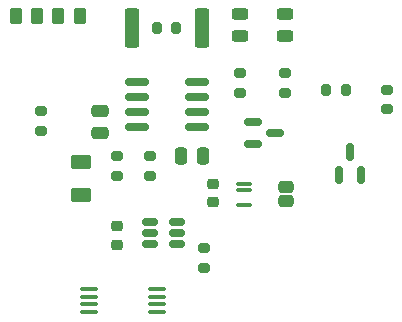
<source format=gbr>
%TF.GenerationSoftware,KiCad,Pcbnew,7.0.8*%
%TF.CreationDate,2025-01-10T13:03:08+01:00*%
%TF.ProjectId,LIR2032-charger,4c495232-3033-4322-9d63-686172676572,rev?*%
%TF.SameCoordinates,Original*%
%TF.FileFunction,Paste,Top*%
%TF.FilePolarity,Positive*%
%FSLAX46Y46*%
G04 Gerber Fmt 4.6, Leading zero omitted, Abs format (unit mm)*
G04 Created by KiCad (PCBNEW 7.0.8) date 2025-01-10 13:03:08*
%MOMM*%
%LPD*%
G01*
G04 APERTURE LIST*
G04 Aperture macros list*
%AMRoundRect*
0 Rectangle with rounded corners*
0 $1 Rounding radius*
0 $2 $3 $4 $5 $6 $7 $8 $9 X,Y pos of 4 corners*
0 Add a 4 corners polygon primitive as box body*
4,1,4,$2,$3,$4,$5,$6,$7,$8,$9,$2,$3,0*
0 Add four circle primitives for the rounded corners*
1,1,$1+$1,$2,$3*
1,1,$1+$1,$4,$5*
1,1,$1+$1,$6,$7*
1,1,$1+$1,$8,$9*
0 Add four rect primitives between the rounded corners*
20,1,$1+$1,$2,$3,$4,$5,0*
20,1,$1+$1,$4,$5,$6,$7,0*
20,1,$1+$1,$6,$7,$8,$9,0*
20,1,$1+$1,$8,$9,$2,$3,0*%
G04 Aperture macros list end*
%ADD10RoundRect,0.100000X-0.637500X-0.100000X0.637500X-0.100000X0.637500X0.100000X-0.637500X0.100000X0*%
%ADD11RoundRect,0.200000X0.275000X-0.200000X0.275000X0.200000X-0.275000X0.200000X-0.275000X-0.200000X0*%
%ADD12RoundRect,0.200000X-0.275000X0.200000X-0.275000X-0.200000X0.275000X-0.200000X0.275000X0.200000X0*%
%ADD13RoundRect,0.250000X-0.262500X-0.450000X0.262500X-0.450000X0.262500X0.450000X-0.262500X0.450000X0*%
%ADD14RoundRect,0.150000X-0.587500X-0.150000X0.587500X-0.150000X0.587500X0.150000X-0.587500X0.150000X0*%
%ADD15RoundRect,0.243750X0.456250X-0.243750X0.456250X0.243750X-0.456250X0.243750X-0.456250X-0.243750X0*%
%ADD16RoundRect,0.225000X-0.250000X0.225000X-0.250000X-0.225000X0.250000X-0.225000X0.250000X0.225000X0*%
%ADD17RoundRect,0.150000X0.150000X-0.587500X0.150000X0.587500X-0.150000X0.587500X-0.150000X-0.587500X0*%
%ADD18RoundRect,0.250000X0.362500X1.425000X-0.362500X1.425000X-0.362500X-1.425000X0.362500X-1.425000X0*%
%ADD19RoundRect,0.150000X0.512500X0.150000X-0.512500X0.150000X-0.512500X-0.150000X0.512500X-0.150000X0*%
%ADD20RoundRect,0.250000X0.262500X0.450000X-0.262500X0.450000X-0.262500X-0.450000X0.262500X-0.450000X0*%
%ADD21RoundRect,0.250000X0.475000X-0.250000X0.475000X0.250000X-0.475000X0.250000X-0.475000X-0.250000X0*%
%ADD22RoundRect,0.200000X0.200000X0.275000X-0.200000X0.275000X-0.200000X-0.275000X0.200000X-0.275000X0*%
%ADD23RoundRect,0.075000X-0.575000X-0.075000X0.575000X-0.075000X0.575000X0.075000X-0.575000X0.075000X0*%
%ADD24RoundRect,0.250000X-0.400000X-0.250000X0.400000X-0.250000X0.400000X0.250000X-0.400000X0.250000X0*%
%ADD25RoundRect,0.162500X-0.825000X-0.162500X0.825000X-0.162500X0.825000X0.162500X-0.825000X0.162500X0*%
%ADD26RoundRect,0.250000X-0.250000X-0.475000X0.250000X-0.475000X0.250000X0.475000X-0.250000X0.475000X0*%
%ADD27RoundRect,0.250000X0.625000X-0.375000X0.625000X0.375000X-0.625000X0.375000X-0.625000X-0.375000X0*%
G04 APERTURE END LIST*
D10*
%TO.C,U3*%
X132137500Y-72625000D03*
X132137500Y-73275000D03*
X132137500Y-73925000D03*
X132137500Y-74575000D03*
X137862500Y-74575000D03*
X137862500Y-73925000D03*
X137862500Y-73275000D03*
X137862500Y-72625000D03*
%TD*%
D11*
%TO.C,R3*%
X134500000Y-63025000D03*
X134500000Y-61375000D03*
%TD*%
D12*
%TO.C,R8*%
X148700000Y-54375000D03*
X148700000Y-56025000D03*
%TD*%
D13*
%TO.C,R11*%
X129487500Y-49500000D03*
X131312500Y-49500000D03*
%TD*%
D12*
%TO.C,R9*%
X128000000Y-57575000D03*
X128000000Y-59225000D03*
%TD*%
D14*
%TO.C,Q1*%
X146000000Y-58450000D03*
X146000000Y-60350000D03*
X147875000Y-59400000D03*
%TD*%
D15*
%TO.C,D3*%
X148700000Y-51237500D03*
X148700000Y-49362500D03*
%TD*%
D12*
%TO.C,R6*%
X144900000Y-54375000D03*
X144900000Y-56025000D03*
%TD*%
D16*
%TO.C,C4*%
X142600000Y-63725000D03*
X142600000Y-65275000D03*
%TD*%
D15*
%TO.C,D2*%
X144900000Y-51237500D03*
X144900000Y-49362500D03*
%TD*%
D12*
%TO.C,R7*%
X141800000Y-69175000D03*
X141800000Y-70825000D03*
%TD*%
D17*
%TO.C,Q2*%
X153250000Y-62937500D03*
X155150000Y-62937500D03*
X154200000Y-61062500D03*
%TD*%
D18*
%TO.C,R2*%
X141637500Y-50500000D03*
X135712500Y-50500000D03*
%TD*%
D16*
%TO.C,C3*%
X134500000Y-67325000D03*
X134500000Y-68875000D03*
%TD*%
D19*
%TO.C,U2*%
X139537500Y-68850000D03*
X139537500Y-67900000D03*
X139537500Y-66950000D03*
X137262500Y-66950000D03*
X137262500Y-67900000D03*
X137262500Y-68850000D03*
%TD*%
D20*
%TO.C,R12*%
X127712500Y-49500000D03*
X125887500Y-49500000D03*
%TD*%
D21*
%TO.C,C2*%
X133000000Y-59450000D03*
X133000000Y-57550000D03*
%TD*%
D22*
%TO.C,R1*%
X139500000Y-50500000D03*
X137850000Y-50500000D03*
%TD*%
D23*
%TO.C,U4*%
X145200000Y-63700000D03*
X145200000Y-64230000D03*
X145200000Y-65500000D03*
D24*
X148800000Y-65200000D03*
X148800000Y-64000000D03*
%TD*%
D25*
%TO.C,U1*%
X136162500Y-55095000D03*
X136162500Y-56365000D03*
X136162500Y-57635000D03*
X136162500Y-58905000D03*
X141237500Y-58905000D03*
X141237500Y-57635000D03*
X141237500Y-56365000D03*
X141237500Y-55095000D03*
%TD*%
D11*
%TO.C,R5*%
X157300000Y-57425000D03*
X157300000Y-55775000D03*
%TD*%
D26*
%TO.C,C1*%
X139850000Y-61400000D03*
X141750000Y-61400000D03*
%TD*%
D11*
%TO.C,R4*%
X137300000Y-63025000D03*
X137300000Y-61375000D03*
%TD*%
D22*
%TO.C,R10*%
X153825000Y-55800000D03*
X152175000Y-55800000D03*
%TD*%
D27*
%TO.C,F1*%
X131400000Y-64700000D03*
X131400000Y-61900000D03*
%TD*%
M02*

</source>
